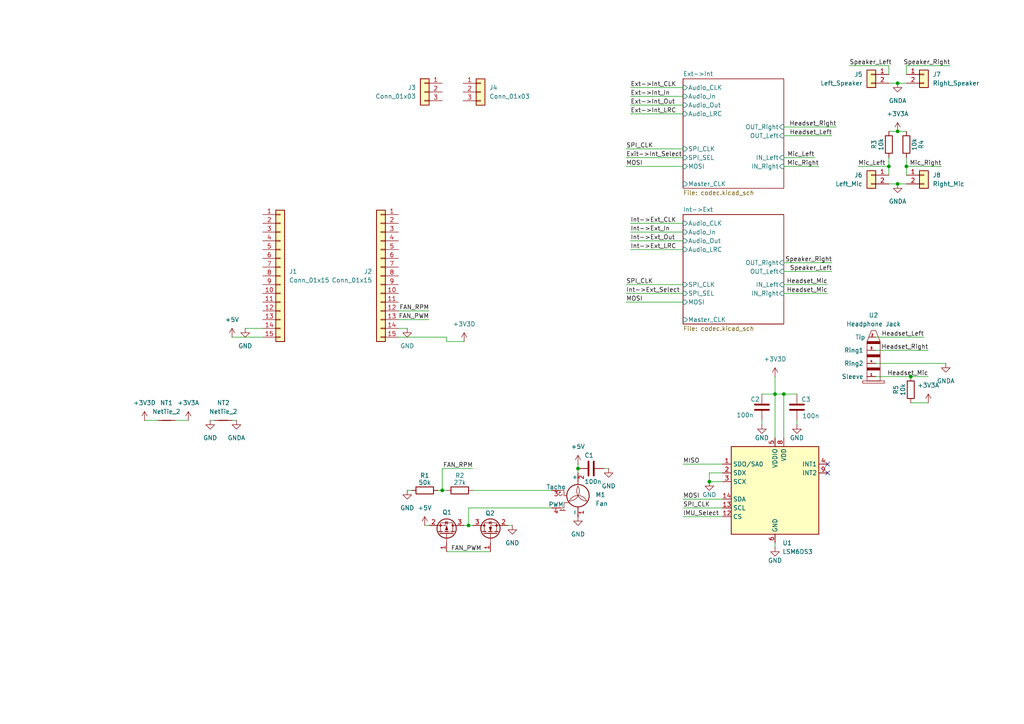
<source format=kicad_sch>
(kicad_sch (version 20250114) (generator "eeschema") (generator_version "9.0")
  (paper "A4")
  (lib_symbols
    (symbol "Connector_Generic:Conn_01x02" (pin_names (offset 1.016) (hide yes))
      (property "Reference" "J" (at 0 2.54 0))
      (property "Value" "Conn_01x02" (at 0 -5.08 0))
      (symbol "Conn_01x02_1_1"
        (rectangle (start -1.27 1.27) (end 1.27 -3.81) (stroke (width 0.254)) (fill (type background)))
        (rectangle (start -1.27 0.127) (end 0 -0.127) (stroke (width 0.1524)))
        (rectangle (start -1.27 -2.413) (end 0 -2.667) (stroke (width 0.1524)))
        (pin passive line (at -5.08 0 0) (length 3.81) (name "Pin_1") (number "1"))
        (pin passive line (at -5.08 -2.54 0) (length 3.81) (name "Pin_2") (number "2"))
      )
    )
    (symbol "Connector_Generic:Conn_01x03" (pin_names (offset 1.016) (hide yes))
      (property "Reference" "J" (at 0 5.08 0))
      (property "Value" "Conn_01x03" (at 0 -5.08 0))
      (symbol "Conn_01x03_1_1"
        (rectangle (start -1.27 3.81) (end 1.27 -3.81) (stroke (width 0.254)) (fill (type background)))
        (rectangle (start -1.27 2.667) (end 0 2.413) (stroke (width 0.1524)))
        (rectangle (start -1.27 0.127) (end 0 -0.127) (stroke (width 0.1524)))
        (rectangle (start -1.27 -2.413) (end 0 -2.667) (stroke (width 0.1524)))
        (pin passive line (at -5.08 2.54 0) (length 3.81) (name "Pin_1") (number "1"))
        (pin passive line (at -5.08 0 0) (length 3.81) (name "Pin_2") (number "2"))
        (pin passive line (at -5.08 -2.54 0) (length 3.81) (name "Pin_3") (number "3"))
      )
    )
    (symbol "Connector_Generic:Conn_01x15" (pin_names (offset 1.016) (hide yes))
      (property "Reference" "J" (at 0 20.32 0))
      (property "Value" "Conn_01x15" (at 0 -20.32 0))
      (symbol "Conn_01x15_1_1"
        (rectangle (start -1.27 19.05) (end 1.27 -19.05) (stroke (width 0.254)) (fill (type background)))
        (rectangle (start -1.27 17.907) (end 0 17.653) (stroke (width 0.1524)))
        (rectangle (start -1.27 15.367) (end 0 15.113) (stroke (width 0.1524)))
        (rectangle (start -1.27 12.827) (end 0 12.573) (stroke (width 0.1524)))
        (rectangle (start -1.27 10.287) (end 0 10.033) (stroke (width 0.1524)))
        (rectangle (start -1.27 7.747) (end 0 7.493) (stroke (width 0.1524)))
        (rectangle (start -1.27 5.207) (end 0 4.953) (stroke (width 0.1524)))
        (rectangle (start -1.27 2.667) (end 0 2.413) (stroke (width 0.1524)))
        (rectangle (start -1.27 0.127) (end 0 -0.127) (stroke (width 0.1524)))
        (rectangle (start -1.27 -2.413) (end 0 -2.667) (stroke (width 0.1524)))
        (rectangle (start -1.27 -4.953) (end 0 -5.207) (stroke (width 0.1524)))
        (rectangle (start -1.27 -7.493) (end 0 -7.747) (stroke (width 0.1524)))
        (rectangle (start -1.27 -10.033) (end 0 -10.287) (stroke (width 0.1524)))
        (rectangle (start -1.27 -12.573) (end 0 -12.827) (stroke (width 0.1524)))
        (rectangle (start -1.27 -15.113) (end 0 -15.367) (stroke (width 0.1524)))
        (rectangle (start -1.27 -17.653) (end 0 -17.907) (stroke (width 0.1524)))
        (pin passive line (at -5.08 17.78 0) (length 3.81) (name "Pin_1") (number "1"))
        (pin passive line (at -5.08 15.24 0) (length 3.81) (name "Pin_2") (number "2"))
        (pin passive line (at -5.08 12.7 0) (length 3.81) (name "Pin_3") (number "3"))
        (pin passive line (at -5.08 10.16 0) (length 3.81) (name "Pin_4") (number "4"))
        (pin passive line (at -5.08 7.62 0) (length 3.81) (name "Pin_5") (number "5"))
        (pin passive line (at -5.08 5.08 0) (length 3.81) (name "Pin_6") (number "6"))
        (pin passive line (at -5.08 2.54 0) (length 3.81) (name "Pin_7") (number "7"))
        (pin passive line (at -5.08 0 0) (length 3.81) (name "Pin_8") (number "8"))
        (pin passive line (at -5.08 -2.54 0) (length 3.81) (name "Pin_9") (number "9"))
        (pin passive line (at -5.08 -5.08 0) (length 3.81) (name "Pin_10") (number "10"))
        (pin passive line (at -5.08 -7.62 0) (length 3.81) (name "Pin_11") (number "11"))
        (pin passive line (at -5.08 -10.16 0) (length 3.81) (name "Pin_12") (number "12"))
        (pin passive line (at -5.08 -12.7 0) (length 3.81) (name "Pin_13") (number "13"))
        (pin passive line (at -5.08 -15.24 0) (length 3.81) (name "Pin_14") (number "14"))
        (pin passive line (at -5.08 -17.78 0) (length 3.81) (name "Pin_15") (number "15"))
      )
    )
    (symbol "Device:C" (pin_numbers (hide yes)) (pin_names (offset 0.254))
      (property "Reference" "C" (at 0.635 2.54 0))
      (property "Value" "C" (at 0.635 -2.54 0))
      (symbol "C_0_1"
        (polyline (pts (xy -2.032 0.762) (xy 2.032 0.762)) (stroke (width 0.508)))
        (polyline (pts (xy -2.032 -0.762) (xy 2.032 -0.762)) (stroke (width 0.508)))
      )
      (symbol "C_1_1"
        (pin passive line (at 0 3.81 270) (length 2.794) (name "~") (number "1"))
        (pin passive line (at 0 -3.81 90) (length 2.794) (name "~") (number "2"))
      )
    )
    (symbol "Device:NetTie_2" (pin_numbers (hide yes)) (pin_names (offset 0) (hide yes)) (in_bom no)
      (property "Reference" "NT" (at 0 1.27 0))
      (property "Value" "NetTie_2" (at 0 -1.27 0))
      (symbol "NetTie_2_0_1"
        (polyline (pts (xy -1.27 0) (xy 1.27 0)) (stroke (width 0.254)))
      )
      (symbol "NetTie_2_1_1"
        (pin passive line (at -2.54 0 0) (length 2.54) (name "1") (number "1"))
        (pin passive line (at 2.54 0 180) (length 2.54) (name "2") (number "2"))
      )
    )
    (symbol "Device:R" (pin_numbers (hide yes)) (pin_names (offset 0))
      (property "Reference" "R" (at 2.032 0 90))
      (property "Value" "R" (at 0 0 90))
      (symbol "R_0_1"
        (rectangle (start -1.016 -2.54) (end 1.016 2.54) (stroke (width 0.254)))
      )
      (symbol "R_1_1"
        (pin passive line (at 0 3.81 270) (length 1.27) (name "~") (number "1"))
        (pin passive line (at 0 -3.81 90) (length 1.27) (name "~") (number "2"))
      )
    )
    (symbol "Motor:Fan_Tacho_PWM" (pin_names (offset 0))
      (property "Reference" "M" (at 2.54 5.08 0))
      (property "Value" "Fan_Tacho_PWM" (at 2.54 -2.54 0))
      (symbol "Fan_Tacho_PWM_0_0"
        (polyline (pts (xy -5.08 2.032) (xy -5.334 2.159)))
        (polyline (pts (xy -5.08 2.032) (xy -5.207 1.778)))
        (arc (start -4.572 1.524) (mid -5.08 1.0182) (end -5.588 1.524))
        (arc (start -5.588 1.524) (mid -5.4392 1.8832) (end -5.08 2.032))
        (polyline (pts (xy -4.064 2.54) (xy -4.064 1.016) (xy -3.302 1.016)))
      )
      (symbol "Fan_Tacho_PWM_0_1"
        (polyline (pts (xy -5.334 -3.302) (xy -5.08 -3.302) (xy -5.08 -3.048) (xy -4.826 -3.048) (xy -4.826 -3.302) (xy -4.318 -3.302) (xy -4.318 -3.048) (xy -4.064 -3.048) (xy -4.064 -3.302) (xy -3.556 -3.302)))
        (polyline (pts (xy -4.064 2.54) (xy -5.08 2.54)))
        (polyline (pts (xy -2.54 -1.016) (xy -4.064 -1.016) (xy -4.064 -2.54) (xy -5.08 -2.54)))
        (arc (start 0 3.81) (mid -0.0015 0.9048) (end -2.54 -0.508))
        (polyline (pts (xy 0 4.572) (xy 0 5.08)))
        (polyline (pts (xy 0 4.2672) (xy 0 4.6228)))
        (circle (center 0 1.016) (radius 3.2512) (stroke (width 0.254)))
        (arc (start -2.54 -0.508) (mid 0 1.0618) (end 2.54 -0.508))
        (polyline (pts (xy 0 -2.2352) (xy 0 -2.6416)))
        (polyline (pts (xy 0 -5.08) (xy 0 -4.572)))
        (arc (start 2.54 -0.508) (mid 0.047 0.9315) (end 0 3.81))
      )
      (symbol "Fan_Tacho_PWM_1_1"
        (pin passive line (at -7.62 2.54 0) (length 2.54) (name "Tacho") (number "3"))
        (pin input line (at -7.62 -2.54 0) (length 2.54) (name "PWM") (number "4"))
        (pin passive line (at 0 7.62 270) (length 2.54) (name "+") (number "2"))
        (pin passive line (at 0 -5.08 90) (length 2.54) (name "-") (number "1"))
      )
    )
    (symbol "PJ-320A_Library:PJ-320A" (pin_names (offset 1.016))
      (property "Reference" "U" (at 0 -1.905 0))
      (property "Value" "PJ-320A" (at 0 0 0))
      (symbol "PJ-320A_0_1"
        (rectangle (start -3.175 1.27) (end 3.175 1.905))
        (polyline (pts (xy -1.905 13.335) (xy -0.635 16.51) (xy 0.635 16.51) (xy 1.905 13.335) (xy -1.905 13.335)))
        (rectangle (start -1.905 12.7) (end 1.905 13.335) (fill (type outline)))
        (rectangle (start -1.905 9.525) (end 1.905 12.7))
        (rectangle (start -1.905 8.89) (end 1.905 9.525) (fill (type outline)))
        (rectangle (start -1.905 5.715) (end 1.905 8.89))
        (rectangle (start -1.905 5.08) (end 1.905 5.715) (fill (type outline)))
        (rectangle (start -1.905 1.905) (end 1.905 5.08))
      )
      (symbol "PJ-320A_1_1"
        (pin bidirectional line (at 0.635 14.605 180) (length 2.0066) (name "Tip") (number "2"))
        (pin bidirectional line (at 0.635 10.795 180) (length 2.54) (name "Ring1") (number "3"))
        (pin bidirectional line (at 0.635 6.985 180) (length 2.54) (name "Ring2") (number "4"))
        (pin bidirectional line (at 0.635 3.175 180) (length 2.54) (name "Sleeve") (number "1"))
      )
    )
    (symbol "Sensor_Motion:LSM6DS3"
      (property "Reference" "U" (at -11.43 15.24 0))
      (property "Value" "LSM6DS3" (at -11.43 12.7 0))
      (symbol "LSM6DS3_0_1"
        (rectangle (start -12.7 12.7) (end 12.7 -12.7) (stroke (width 0.254)) (fill (type background)))
      )
      (symbol "LSM6DS3_1_1"
        (pin bidirectional line (at -15.24 7.62 0) (length 2.54) (name "SDO/SA0") (number "1"))
        (pin bidirectional line (at -15.24 5.08 0) (length 2.54) (name "SDX") (number "2"))
        (pin input line (at -15.24 2.54 0) (length 2.54) (name "SCX") (number "3"))
        (pin bidirectional line (at -15.24 -2.54 0) (length 2.54) (name "SDA") (number "14"))
        (pin input line (at -15.24 -5.08 0) (length 2.54) (name "SCL") (number "13"))
        (pin input line (at -15.24 -7.62 0) (length 2.54) (name "CS") (number "12"))
        (pin power_in line (at 0 15.24 270) (length 2.54) (name "VDDIO") (number "5"))
        (pin power_in line (at 0 -15.24 90) (length 2.54) (name "GND") (number "6"))
        (pin passive line (at 0 -15.24 90) (length 2.54) (hide yes) (name "GND") (number "7"))
        (pin power_in line (at 2.54 15.24 270) (length 2.54) (name "VDD") (number "8"))
        (pin no_connect line (at 12.7 -2.54 180) (length 3.81) (hide yes) (name "NC") (number "11"))
        (pin no_connect line (at 12.7 -5.08 180) (length 3.81) (hide yes) (name "NC") (number "10"))
        (pin output line (at 15.24 7.62 180) (length 2.54) (name "INT1") (number "4"))
        (pin output line (at 15.24 5.08 180) (length 2.54) (name "INT2") (number "9"))
      )
    )
    (symbol "Transistor_FET:AO3400A" (pin_names (offset 0) (hide yes))
      (property "Reference" "Q" (at 5.08 1.905 0))
      (property "Value" "AO3400A" (at 5.08 0 0))
      (symbol "AO3400A_0_1"
        (polyline (pts (xy 0.254 1.905) (xy 0.254 -1.905)) (stroke (width 0.254)))
        (polyline (pts (xy 0.254 0) (xy -2.54 0)))
        (polyline (pts (xy 0.762 2.286) (xy 0.762 1.27)) (stroke (width 0.254)))
        (polyline (pts (xy 0.762 0.508) (xy 0.762 -0.508)) (stroke (width 0.254)))
        (polyline (pts (xy 0.762 -1.27) (xy 0.762 -2.286)) (stroke (width 0.254)))
        (polyline (pts (xy 0.762 -1.778) (xy 3.302 -1.778) (xy 3.302 1.778) (xy 0.762 1.778)))
        (polyline (pts (xy 1.016 0) (xy 2.032 0.381) (xy 2.032 -0.381) (xy 1.016 0)) (fill (type outline)))
        (circle (center 1.651 0) (radius 2.794) (stroke (width 0.254)))
        (polyline (pts (xy 2.54 2.54) (xy 2.54 1.778)))
        (circle (center 2.54 1.778) (radius 0.254) (fill (type outline)))
        (circle (center 2.54 -1.778) (radius 0.254) (fill (type outline)))
        (polyline (pts (xy 2.54 -2.54) (xy 2.54 0) (xy 0.762 0)))
        (polyline (pts (xy 2.921 0.381) (xy 3.683 0.381)))
        (polyline (pts (xy 3.302 0.381) (xy 2.921 -0.254) (xy 3.683 -0.254) (xy 3.302 0.381)))
      )
      (symbol "AO3400A_1_1"
        (pin input line (at -5.08 0 0) (length 2.54) (name "G") (number "1"))
        (pin passive line (at 2.54 5.08 270) (length 2.54) (name "D") (number "3"))
        (pin passive line (at 2.54 -5.08 90) (length 2.54) (name "S") (number "2"))
      )
    )
    (symbol "Transistor_FET:AO3401A" (pin_names (hide yes))
      (property "Reference" "Q" (at 5.08 1.905 0))
      (property "Value" "AO3401A" (at 5.08 0 0))
      (symbol "AO3401A_0_1"
        (polyline (pts (xy 0.254 1.905) (xy 0.254 -1.905)) (stroke (width 0.254)))
        (polyline (pts (xy 0.254 0) (xy -2.54 0)))
        (polyline (pts (xy 0.762 2.286) (xy 0.762 1.27)) (stroke (width 0.254)))
        (polyline (pts (xy 0.762 1.778) (xy 3.302 1.778) (xy 3.302 -1.778) (xy 0.762 -1.778)))
        (polyline (pts (xy 0.762 0.508) (xy 0.762 -0.508)) (stroke (width 0.254)))
        (polyline (pts (xy 0.762 -1.27) (xy 0.762 -2.286)) (stroke (width 0.254)))
        (circle (center 1.651 0) (radius 2.794) (stroke (width 0.254)))
        (polyline (pts (xy 2.286 0) (xy 1.27 0.381) (xy 1.27 -0.381) (xy 2.286 0)) (fill (type outline)))
        (polyline (pts (xy 2.54 2.54) (xy 2.54 1.778)))
        (circle (center 2.54 1.778) (radius 0.254) (fill (type outline)))
        (circle (center 2.54 -1.778) (radius 0.254) (fill (type outline)))
        (polyline (pts (xy 2.54 -2.54) (xy 2.54 0) (xy 0.762 0)))
        (polyline (pts (xy 2.794 -0.508) (xy 2.921 -0.381) (xy 3.683 -0.381) (xy 3.81 -0.254)))
        (polyline (pts (xy 3.302 -0.381) (xy 2.921 0.254) (xy 3.683 0.254) (xy 3.302 -0.381)))
      )
      (symbol "AO3401A_1_1"
        (pin input line (at -5.08 0 0) (length 2.54) (name "G") (number "1"))
        (pin passive line (at 2.54 5.08 270) (length 2.54) (name "D") (number "3"))
        (pin passive line (at 2.54 -5.08 90) (length 2.54) (name "S") (number "2"))
      )
    )
    (symbol "power:+3V3" (power) (pin_numbers (hide yes)) (pin_names (offset 0) (hide yes))
      (property "Value" "+3V3" (at 0 3.556 0))
      (symbol "+3V3_0_1"
        (polyline (pts (xy -0.762 1.27) (xy 0 2.54)))
        (polyline (pts (xy 0 2.54) (xy 0.762 1.27)))
        (polyline (pts (xy 0 0) (xy 0 2.54)))
      )
      (symbol "+3V3_1_1"
        (pin power_in line (at 0 0 90) (length 0) (name "~") (number "1"))
      )
    )
    (symbol "power:+5V" (power) (pin_numbers (hide yes)) (pin_names (offset 0) (hide yes))
      (property "Value" "+5V" (at 0 3.556 0))
      (symbol "+5V_0_1"
        (polyline (pts (xy -0.762 1.27) (xy 0 2.54)))
        (polyline (pts (xy 0 2.54) (xy 0.762 1.27)))
        (polyline (pts (xy 0 0) (xy 0 2.54)))
      )
      (symbol "+5V_1_1"
        (pin power_in line (at 0 0 90) (length 0) (name "~") (number "1"))
      )
    )
    (symbol "power:GND" (power) (pin_numbers (hide yes)) (pin_names (offset 0) (hide yes))
      (property "Value" "GND" (at 0 -3.81 0))
      (symbol "GND_0_1"
        (polyline (pts (xy 0 0) (xy 0 -1.27) (xy 1.27 -1.27) (xy 0 -2.54) (xy -1.27 -1.27) (xy 0 -1.27)))
      )
      (symbol "GND_1_1"
        (pin power_in line (at 0 0 270) (length 0) (name "~") (number "1"))
      )
    )
    (symbol "power:GNDA" (power) (pin_numbers (hide yes)) (pin_names (offset 0) (hide yes))
      (property "Value" "GNDA" (at 0 -3.81 0))
      (symbol "GNDA_0_1"
        (polyline (pts (xy 0 0) (xy 0 -1.27) (xy 1.27 -1.27) (xy 0 -2.54) (xy -1.27 -1.27) (xy 0 -1.27)))
      )
      (symbol "GNDA_1_1"
        (pin power_in line (at 0 0 270) (length 0) (name "~") (number "1"))
      )
    )
  )
  (junction (at 135.89 152.4))
  (junction (at 260.35 38.1))
  (junction (at 260.35 53.34))
  (junction (at 260.35 24.13))
  (junction (at 205.74 139.7))
  (junction (at 227.33 114.3))
  (junction (at 128.27 142.24))
  (junction (at 262.89 48.26))
  (junction (at 167.64 135.89))
  (junction (at 257.81 48.26))
  (junction (at 264.16 109.22))
  (junction (at 224.79 114.3))
  (no_connect (at 240.03 134.62))
  (no_connect (at 240.03 137.16))
  (wire (pts (xy 248.92 48.26) (xy 257.81 48.26)))
  (wire (pts (xy 246.38 19.05) (xy 257.81 19.05)))
  (wire (pts (xy 198.12 147.32) (xy 209.55 147.32)))
  (wire (pts (xy 71.12 95.25) (xy 76.2 95.25)))
  (wire (pts (xy 135.89 152.4) (xy 137.16 152.4)))
  (wire (pts (xy 227.33 36.83) (xy 242.57 36.83)))
  (wire (pts (xy 260.35 24.13) (xy 262.89 24.13)))
  (wire (pts (xy 220.98 121.92) (xy 220.98 123.19)))
  (wire (pts (xy 227.33 114.3) (xy 224.79 114.3)))
  (wire (pts (xy 227.33 39.37) (xy 241.3 39.37)))
  (wire (pts (xy 124.46 92.71) (xy 115.57 92.71)))
  (wire (pts (xy 148.59 152.4) (xy 147.32 152.4)))
  (wire (pts (xy 182.88 69.85) (xy 198.12 69.85)))
  (wire (pts (xy 224.79 109.22) (xy 224.79 114.3)))
  (wire (pts (xy 182.88 30.48) (xy 198.12 30.48)))
  (wire (pts (xy 181.61 43.18) (xy 198.12 43.18)))
  (wire (pts (xy 257.81 53.34) (xy 260.35 53.34)))
  (wire (pts (xy 262.89 45.72) (xy 262.89 48.26)))
  (wire (pts (xy 264.16 109.22) (xy 254 109.22)))
  (wire (pts (xy 181.61 82.55) (xy 198.12 82.55)))
  (wire (pts (xy 269.24 109.22) (xy 264.16 109.22)))
  (wire (pts (xy 41.91 121.92) (xy 45.72 121.92)))
  (wire (pts (xy 224.79 157.48) (xy 224.79 158.75)))
  (wire (pts (xy 262.89 48.26) (xy 262.89 50.8)))
  (wire (pts (xy 118.11 95.25) (xy 115.57 95.25)))
  (wire (pts (xy 127 142.24) (xy 128.27 142.24)))
  (wire (pts (xy 167.64 135.89) (xy 167.64 137.16)))
  (wire (pts (xy 181.61 85.09) (xy 198.12 85.09)))
  (wire (pts (xy 182.88 33.02) (xy 198.12 33.02)))
  (wire (pts (xy 198.12 134.62) (xy 209.55 134.62)))
  (wire (pts (xy 129.54 160.02) (xy 142.24 160.02)))
  (wire (pts (xy 257.81 38.1) (xy 260.35 38.1)))
  (wire (pts (xy 257.81 45.72) (xy 257.81 48.26)))
  (wire (pts (xy 264.16 116.84) (xy 269.24 116.84)))
  (wire (pts (xy 198.12 149.86) (xy 209.55 149.86)))
  (wire (pts (xy 135.89 152.4) (xy 135.89 147.32)))
  (wire (pts (xy 224.79 114.3) (xy 224.79 127)))
  (wire (pts (xy 134.62 152.4) (xy 135.89 152.4)))
  (wire (pts (xy 182.88 27.94) (xy 198.12 27.94)))
  (wire (pts (xy 123.19 152.4) (xy 124.46 152.4)))
  (wire (pts (xy 275.59 19.05) (xy 262.89 19.05)))
  (wire (pts (xy 60.96 121.92) (xy 62.23 121.92)))
  (wire (pts (xy 237.49 48.26) (xy 227.33 48.26)))
  (wire (pts (xy 240.03 85.09) (xy 227.33 85.09)))
  (wire (pts (xy 182.88 64.77) (xy 198.12 64.77)))
  (wire (pts (xy 267.97 97.79) (xy 254 97.79)))
  (wire (pts (xy 67.31 97.79) (xy 76.2 97.79)))
  (wire (pts (xy 181.61 87.63) (xy 198.12 87.63)))
  (wire (pts (xy 274.32 105.41) (xy 254 105.41)))
  (wire (pts (xy 54.61 121.92) (xy 50.8 121.92)))
  (wire (pts (xy 209.55 137.16) (xy 205.74 137.16)))
  (wire (pts (xy 181.61 48.26) (xy 198.12 48.26)))
  (wire (pts (xy 227.33 114.3) (xy 227.33 127)))
  (wire (pts (xy 118.11 142.24) (xy 119.38 142.24)))
  (wire (pts (xy 231.14 121.92) (xy 231.14 123.19)))
  (wire (pts (xy 260.35 38.1) (xy 262.89 38.1)))
  (wire (pts (xy 227.33 114.3) (xy 231.14 114.3)))
  (wire (pts (xy 167.64 134.62) (xy 167.64 135.89)))
  (wire (pts (xy 257.81 48.26) (xy 257.81 50.8)))
  (wire (pts (xy 273.05 48.26) (xy 262.89 48.26)))
  (wire (pts (xy 128.27 135.89) (xy 128.27 142.24)))
  (wire (pts (xy 182.88 67.31) (xy 198.12 67.31)))
  (wire (pts (xy 135.89 147.32) (xy 160.02 147.32)))
  (wire (pts (xy 182.88 25.4) (xy 198.12 25.4)))
  (wire (pts (xy 236.22 45.72) (xy 227.33 45.72)))
  (wire (pts (xy 205.74 139.7) (xy 209.55 139.7)))
  (wire (pts (xy 257.81 19.05) (xy 257.81 21.59)))
  (wire (pts (xy 262.89 19.05) (xy 262.89 21.59)))
  (wire (pts (xy 129.54 97.79) (xy 115.57 97.79)))
  (wire (pts (xy 129.54 99.06) (xy 129.54 97.79)))
  (wire (pts (xy 181.61 45.72) (xy 198.12 45.72)))
  (wire (pts (xy 205.74 137.16) (xy 205.74 139.7)))
  (wire (pts (xy 241.3 76.2) (xy 227.33 76.2)))
  (wire (pts (xy 227.33 82.55) (xy 240.03 82.55)))
  (wire (pts (xy 260.35 53.34) (xy 262.89 53.34)))
  (wire (pts (xy 241.3 78.74) (xy 227.33 78.74)))
  (wire (pts (xy 175.26 135.89) (xy 176.53 135.89)))
  (wire (pts (xy 182.88 72.39) (xy 198.12 72.39)))
  (wire (pts (xy 128.27 142.24) (xy 129.54 142.24)))
  (wire (pts (xy 68.58 121.92) (xy 67.31 121.92)))
  (wire (pts (xy 220.98 114.3) (xy 224.79 114.3)))
  (wire (pts (xy 137.16 142.24) (xy 160.02 142.24)))
  (wire (pts (xy 134.62 99.06) (xy 129.54 99.06)))
  (wire (pts (xy 124.46 90.17) (xy 115.57 90.17)))
  (wire (pts (xy 269.24 101.6) (xy 254 101.6)))
  (wire (pts (xy 257.81 24.13) (xy 260.35 24.13)))
  (wire (pts (xy 198.12 144.78) (xy 209.55 144.78)))
  (wire (pts (xy 137.16 135.89) (xy 128.27 135.89)))
  (label "Int->Ext_LRC" (at 182.88 72.39 0))
  (label "FAN_RPM" (at 137.16 135.89 180))
  (label "MISO" (at 198.12 134.62 0))
  (label "Headset_Right" (at 269.24 101.6 180))
  (label "SPI_CLK" (at 181.61 82.55 0))
  (label "Exit->Int_Select" (at 181.61 45.72 0))
  (label "MOSI" (at 181.61 48.26 0))
  (label "MOSI" (at 198.12 144.78 0))
  (label "Mic_Right" (at 273.05 48.26 180))
  (label "Speaker_Right" (at 241.3 76.2 180))
  (label "Int->Ext_Out" (at 182.88 69.85 0))
  (label "IMU_Select" (at 198.12 149.86 0))
  (label "Ext->Int_In" (at 182.88 27.94 0))
  (label "Ext->Int_Out" (at 182.88 30.48 0))
  (label "Ext->Int_CLK" (at 182.88 25.4 0))
  (label "FAN_RPM" (at 124.46 90.17 180))
  (label "Speaker_Left" (at 241.3 78.74 180))
  (label "SPI_CLK" (at 198.12 147.32 0))
  (label "MOSI" (at 181.61 87.63 0))
  (label "Mic_Right" (at 237.49 48.26 180))
  (label "FAN_PWM" (at 124.46 92.71 180))
  (label "Int->Ext_CLK" (at 182.88 64.77 0))
  (label "Speaker_Left" (at 246.38 19.05 0))
  (label "Headset_Mic" (at 240.03 82.55 180))
  (label "Headset_Left" (at 267.97 97.79 180))
  (label "Mic_Left" (at 236.22 45.72 180))
  (label "Mic_Left" (at 248.92 48.26 0))
  (label "SPI_CLK" (at 181.61 43.18 0))
  (label "Int->Ext_In" (at 182.88 67.31 0))
  (label "Headset_Mic" (at 240.03 85.09 180))
  (label "FAN_PWM" (at 130.81 160.02 0))
  (label "Headset_Mic" (at 269.24 109.22 180))
  (label "Int->Ext_Select" (at 181.61 85.09 0))
  (label "Headset_Right" (at 242.57 36.83 180))
  (label "Ext->Int_LRC" (at 182.88 33.02 0))
  (label "Headset_Left" (at 241.3 39.37 180))
  (label "Speaker_Right" (at 275.59 19.05 180))
  (symbol (lib_id "Connector_Generic:Conn_01x15") (at 81.28 80.01 0) (unit 1)
    (property "Reference" "J1" (at 83.82 78.7399 0) (effects (justify left)))
    (property "Value" "Conn_01x15" (at 83.82 81.2799 0) (effects (justify left)))
    (property "Footprint" "Connector_PinHeader_2.54mm:PinHeader_1x15_P2.54mm_Vertical" (effects (hide yes)))
    (property "Description" "Generic connector, single row, 01x15, script generated (kicad-library-utils/schlib/autogen/connector/)" (effects (hide yes)))
  )
  (symbol (lib_id "Device:C") (at 220.98 118.11 0) (unit 1)
    (property "Reference" "C2" (at 217.678 115.824 0) (effects (justify left)))
    (property "Value" "100n" (at 213.614 120.396 0) (effects (justify left)))
    (property "Footprint" "Capacitor_SMD:C_0603_1608Metric" (effects (hide yes)))
    (property "Description" "Unpolarized capacitor" (effects (hide yes)))
  )
  (symbol (lib_id "Device:C") (at 231.14 118.11 0) (unit 1)
    (property "Reference" "C3" (at 232.41 115.824 0) (effects (justify left)))
    (property "Value" "100n" (at 232.664 120.65 0) (effects (justify left)))
    (property "Footprint" "Capacitor_SMD:C_0603_1608Metric" (effects (hide yes)))
    (property "Description" "Unpolarized capacitor" (effects (hide yes)))
  )
  (symbol (lib_id "Connector_Generic:Conn_01x02") (at 267.97 21.59 0) (unit 1)
    (property "Reference" "J7" (at 270.51 21.5899 0) (effects (justify left)))
    (property "Value" "Right_Speaker" (at 270.51 24.1299 0) (effects (justify left)))
    (property "Footprint" "Connector_JST:JST_XH_S2B-XH-A_1x02_P2.50mm_Horizontal" (effects (hide yes)))
    (property "Description" "Generic connector, single row, 01x02, script generated (kicad-library-utils/schlib/autogen/connector/)" (effects (hide yes)))
    (property "LCSC" "C157931" (effects (hide yes)))
  )
  (symbol (lib_id "Connector_Generic:Conn_01x02") (at 252.73 50.8 0) (mirror y) (unit 1)
    (property "Reference" "J6" (at 250.19 50.7999 0) (effects (justify left)))
    (property "Value" "Left_Mic" (at 250.19 53.3399 0) (effects (justify left)))
    (property "Footprint" "Connector_JST:JST_XH_S2B-XH-A_1x02_P2.50mm_Horizontal" (effects (hide yes)))
    (property "Description" "Generic connector, single row, 01x02, script generated (kicad-library-utils/schlib/autogen/connector/)" (effects (hide yes)))
    (property "LCSC" "C157931" (effects (hide yes)))
  )
  (symbol (lib_id "Sensor_Motion:LSM6DS3") (at 224.79 142.24 0) (unit 1)
    (property "Reference" "U1" (at 226.9333 157.48 0) (effects (justify left)))
    (property "Value" "LSM6DS3" (at 226.9333 160.02 0) (effects (justify left)))
    (property "Footprint" "Package_LGA:LGA-14_3x2.5mm_P0.5mm_LayoutBorder3x4y" (effects (hide yes)))
    (property "Datasheet" "https://www.st.com/resource/en/datasheet/lsm6ds3tr-c.pdf" (effects (hide yes)))
    (property "Description" "I2C/SPI, iNEMO inertial module: always-on 3D accelerometer and 3D gyroscope" (effects (hide yes)))
    (property "LCSC" "C95230" (effects (hide yes)))
  )
  (symbol (lib_id "PJ-320A_Library:PJ-320A") (at 253.365 112.395 0) (unit 1)
    (property "Reference" "U2" (at 253.365 91.44 0))
    (property "Value" "Headphone Jack" (at 253.365 93.98 0))
    (property "Footprint" "PJ-320A:PJ-320A" (effects (hide yes)))
    (property "LCSC" "C2884926" (effects (hide yes)))
  )
  (symbol (lib_id "power:+5V") (at 123.19 152.4 0) (unit 1)
    (property "Reference" "#PWR09" (effects (hide yes)))
    (property "Value" "+5V" (at 123.19 147.32 0))
    (property "Description" "Power symbol creates a global label with name \"+5V\"" (effects (hide yes)))
  )
  (symbol (lib_id "power:+3V3") (at 260.35 38.1 0) (unit 1)
    (property "Reference" "#PWR021" (effects (hide yes)))
    (property "Value" "+3V3A" (at 260.35 33.02 0))
    (property "Description" "Power symbol creates a global label with name \"+3V3\"" (effects (hide yes)))
  )
  (symbol (lib_id "power:GND") (at 71.12 95.25 0) (unit 1)
    (property "Reference" "#PWR06" (effects (hide yes)))
    (property "Value" "GND" (at 71.12 100.33 0))
    (property "Description" "Power symbol creates a global label with name \"GND\" , ground" (effects (hide yes)))
  )
  (symbol (lib_id "power:GNDA") (at 260.35 53.34 0) (unit 1)
    (property "Reference" "#PWR022" (effects (hide yes)))
    (property "Value" "GNDA" (at 260.35 58.42 0))
    (property "Description" "Power symbol creates a global label with name \"GNDA\" , analog ground" (effects (hide yes)))
  )
  (symbol (lib_id "power:GNDA") (at 274.32 105.41 0) (unit 1)
    (property "Reference" "#PWR024" (effects (hide yes)))
    (property "Value" "GNDA" (at 274.32 110.49 0))
    (property "Description" "Power symbol creates a global label with name \"GNDA\" , analog ground" (effects (hide yes)))
  )
  (symbol (lib_id "Device:R") (at 133.35 142.24 90) (unit 1)
    (property "Reference" "R2" (at 133.35 137.922 90))
    (property "Value" "27k" (at 133.35 139.954 90))
    (property "Footprint" "Resistor_SMD:R_0603_1608Metric" (effects (hide yes)))
    (property "Description" "Resistor" (effects (hide yes)))
  )
  (symbol (lib_id "power:GNDA") (at 68.58 121.92 0) (unit 1)
    (property "Reference" "#PWR05" (effects (hide yes)))
    (property "Value" "GNDA" (at 68.58 127 0))
    (property "Description" "Power symbol creates a global label with name \"GNDA\" , analog ground" (effects (hide yes)))
  )
  (symbol (lib_id "power:GND") (at 167.64 149.86 0) (unit 1)
    (property "Reference" "#PWR013" (effects (hide yes)))
    (property "Value" "GND" (at 167.64 154.94 0))
    (property "Description" "Power symbol creates a global label with name \"GND\" , ground" (effects (hide yes)))
  )
  (symbol (lib_id "power:GND") (at 60.96 121.92 0) (unit 1)
    (property "Reference" "#PWR03" (effects (hide yes)))
    (property "Value" "GND" (at 60.96 127 0))
    (property "Description" "Power symbol creates a global label with name \"GND\" , ground" (effects (hide yes)))
  )
  (symbol (lib_id "power:+5V") (at 67.31 97.79 0) (unit 1)
    (property "Reference" "#PWR04" (effects (hide yes)))
    (property "Value" "+5V" (at 67.31 92.71 0))
    (property "Description" "Power symbol creates a global label with name \"+5V\"" (effects (hide yes)))
  )
  (symbol (lib_id "Device:R") (at 262.89 41.91 0) (mirror x) (unit 1)
    (property "Reference" "R4" (at 267.208 41.91 90))
    (property "Value" "10k" (at 265.176 41.91 90))
    (property "Footprint" "Resistor_SMD:R_0603_1608Metric" (effects (hide yes)))
    (property "Description" "Resistor" (effects (hide yes)))
  )
  (symbol (lib_id "Device:C") (at 171.45 135.89 90) (unit 1)
    (property "Reference" "C1" (at 172.212 132.08 90) (effects (justify left)))
    (property "Value" "100n" (at 174.498 139.7 90) (effects (justify left)))
    (property "Footprint" "Capacitor_SMD:C_0603_1608Metric" (effects (hide yes)))
    (property "Description" "Unpolarized capacitor" (effects (hide yes)))
  )
  (symbol (lib_id "Device:R") (at 123.19 142.24 90) (unit 1)
    (property "Reference" "R1" (at 123.19 137.922 90))
    (property "Value" "50k" (at 123.19 139.954 90))
    (property "Footprint" "Resistor_SMD:R_0603_1608Metric" (effects (hide yes)))
    (property "Description" "Resistor" (effects (hide yes)))
  )
  (symbol (lib_id "power:+3V3") (at 269.24 116.84 0) (unit 1)
    (property "Reference" "#PWR023" (effects (hide yes)))
    (property "Value" "+3V3A" (at 269.24 111.76 0))
    (property "Description" "Power symbol creates a global label with name \"+3V3\"" (effects (hide yes)))
  )
  (symbol (lib_id "power:GND") (at 118.11 95.25 0) (unit 1)
    (property "Reference" "#PWR07" (effects (hide yes)))
    (property "Value" "GND" (at 118.11 100.33 0))
    (property "Description" "Power symbol creates a global label with name \"GND\" , ground" (effects (hide yes)))
  )
  (symbol (lib_id "Device:NetTie_2") (at 64.77 121.92 0) (unit 1) (in_bom no)
    (property "Reference" "NT2" (at 64.77 116.84 0))
    (property "Value" "NetTie_2" (at 64.77 119.38 0))
    (property "Description" "Net tie, 2 pins" (effects (hide yes)))
  )
  (symbol (lib_id "Device:R") (at 257.81 41.91 180) (unit 1)
    (property "Reference" "R3" (at 253.492 41.91 90))
    (property "Value" "10k" (at 255.524 41.91 90))
    (property "Footprint" "Resistor_SMD:R_0603_1608Metric" (effects (hide yes)))
    (property "Description" "Resistor" (effects (hide yes)))
  )
  (symbol (lib_id "power:+3V3") (at 224.79 109.22 0) (unit 1)
    (property "Reference" "#PWR017" (effects (hide yes)))
    (property "Value" "+3V3D" (at 224.79 104.14 0))
    (property "Description" "Power symbol creates a global label with name \"+3V3\"" (effects (hide yes)))
  )
  (symbol (lib_id "Connector_Generic:Conn_01x02") (at 267.97 50.8 0) (unit 1)
    (property "Reference" "J8" (at 270.51 50.7999 0) (effects (justify left)))
    (property "Value" "Right_Mic" (at 270.51 53.3399 0) (effects (justify left)))
    (property "Footprint" "Connector_JST:JST_XH_S2B-XH-A_1x02_P2.50mm_Horizontal" (effects (hide yes)))
    (property "Description" "Generic connector, single row, 01x02, script generated (kicad-library-utils/schlib/autogen/connector/)" (effects (hide yes)))
    (property "LCSC" "C157931" (effects (hide yes)))
  )
  (symbol (lib_id "power:GND") (at 224.79 158.75 0) (unit 1)
    (property "Reference" "#PWR018" (effects (hide yes)))
    (property "Value" "GND" (at 224.79 162.56 0))
    (property "Description" "Power symbol creates a global label with name \"GND\" , ground" (effects (hide yes)))
  )
  (symbol (lib_id "Transistor_FET:AO3400A") (at 142.24 154.94 90) (unit 1)
    (property "Reference" "Q2" (at 143.51 148.844 90) (effects (justify left)))
    (property "Value" "AO3400A" (effects (hide yes)))
    (property "Footprint" "Package_TO_SOT_SMD:SOT-23" (effects (hide yes)))
    (property "Datasheet" "http://www.aosmd.com/pdfs/datasheet/AO3400A.pdf" (effects (hide yes)))
    (property "Description" "30V Vds, 5.7A Id, N-Channel MOSFET, SOT-23" (effects (hide yes)))
    (property "LCSC" "C20917" (effects (hide yes)))
  )
  (symbol (lib_id "Transistor_FET:AO3401A") (at 129.54 154.94 270) (mirror x) (unit 1)
    (property "Reference" "Q1" (at 128.2699 148.59 90) (effects (justify left)))
    (property "Value" "AO3401A" (effects (hide yes)))
    (property "Footprint" "Package_TO_SOT_SMD:SOT-23" (effects (hide yes)))
    (property "Datasheet" "http://www.aosmd.com/pdfs/datasheet/AO3401A.pdf" (effects (hide yes)))
    (property "Description" "-4.0A Id, -30V Vds, P-Channel MOSFET, SOT-23" (effects (hide yes)))
    (property "LCSC" "C15127" (effects (hide yes)))
  )
  (symbol (lib_id "power:GND") (at 148.59 152.4 0) (unit 1)
    (property "Reference" "#PWR011" (effects (hide yes)))
    (property "Value" "GND" (at 148.59 157.48 0))
    (property "Description" "Power symbol creates a global label with name \"GND\" , ground" (effects (hide yes)))
  )
  (symbol (lib_id "power:+3V3") (at 134.62 99.06 0) (unit 1)
    (property "Reference" "#PWR010" (effects (hide yes)))
    (property "Value" "+3V3D" (at 134.62 93.98 0))
    (property "Description" "Power symbol creates a global label with name \"+3V3\"" (effects (hide yes)))
  )
  (symbol (lib_id "Device:R") (at 264.16 113.03 180) (unit 1)
    (property "Reference" "R5" (at 259.842 113.03 90))
    (property "Value" "10k" (at 261.874 113.03 90))
    (property "Footprint" "Resistor_SMD:R_0603_1608Metric" (effects (hide yes)))
    (property "Description" "Resistor" (effects (hide yes)))
  )
  (symbol (lib_id "power:+3V3") (at 54.61 121.92 0) (unit 1)
    (property "Reference" "#PWR02" (effects (hide yes)))
    (property "Value" "+3V3A" (at 54.61 116.84 0))
    (property "Description" "Power symbol creates a global label with name \"+3V3\"" (effects (hide yes)))
  )
  (symbol (lib_id "Connector_Generic:Conn_01x02") (at 252.73 21.59 0) (mirror y) (unit 1)
    (property "Reference" "J5" (at 250.19 21.5899 0) (effects (justify left)))
    (property "Value" "Left_Speaker" (at 250.19 24.1299 0) (effects (justify left)))
    (property "Footprint" "Connector_JST:JST_XH_S2B-XH-A_1x02_P2.50mm_Horizontal" (effects (hide yes)))
    (property "Description" "Generic connector, single row, 01x02, script generated (kicad-library-utils/schlib/autogen/connector/)" (effects (hide yes)))
    (property "LCSC" "C157931" (effects (hide yes)))
  )
  (symbol (lib_id "power:GND") (at 205.74 139.7 0) (unit 1)
    (property "Reference" "#PWR015" (effects (hide yes)))
    (property "Value" "GND" (at 205.74 143.51 0))
    (property "Description" "Power symbol creates a global label with name \"GND\" , ground" (effects (hide yes)))
  )
  (symbol (lib_id "power:GND") (at 176.53 135.89 0) (unit 1)
    (property "Reference" "#PWR014" (effects (hide yes)))
    (property "Value" "GND" (at 176.53 140.97 0))
    (property "Description" "Power symbol creates a global label with name \"GND\" , ground" (effects (hide yes)))
  )
  (symbol (lib_id "power:+3V3") (at 41.91 121.92 0) (unit 1)
    (property "Reference" "#PWR01" (effects (hide yes)))
    (property "Value" "+3V3D" (at 41.91 116.84 0))
    (property "Description" "Power symbol creates a global label with name \"+3V3\"" (effects (hide yes)))
  )
  (symbol (lib_id "power:+5V") (at 167.64 134.62 0) (unit 1)
    (property "Reference" "#PWR012" (effects (hide yes)))
    (property "Value" "+5V" (at 167.64 129.54 0))
    (property "Description" "Power symbol creates a global label with name \"+5V\"" (effects (hide yes)))
  )
  (symbol (lib_id "power:GND") (at 220.98 123.19 0) (unit 1)
    (property "Reference" "#PWR016" (effects (hide yes)))
    (property "Value" "GND" (at 220.98 127 0))
    (property "Description" "Power symbol creates a global label with name \"GND\" , ground" (effects (hide yes)))
  )
  (symbol (lib_id "Connector_Generic:Conn_01x03") (at 123.19 26.67 0) (mirror y) (unit 1)
    (property "Reference" "J3" (at 120.65 25.3999 0) (effects (justify left)))
    (property "Value" "Conn_01x03" (at 120.65 27.9399 0) (effects (justify left)))
    (property "Footprint" "Connector_JST:JST_XH_S3B-XH-A_1x03_P2.50mm_Horizontal" (effects (hide yes)))
    (property "Description" "Generic connector, single row, 01x03, script generated (kicad-library-utils/schlib/autogen/connector/)" (effects (hide yes)))
  )
  (symbol (lib_id "Connector_Generic:Conn_01x15") (at 110.49 80.01 0) (mirror y) (unit 1)
    (property "Reference" "J2" (at 107.95 78.7399 0) (effects (justify left)))
    (property "Value" "Conn_01x15" (at 107.95 81.2799 0) (effects (justify left)))
    (property "Footprint" "Connector_PinHeader_2.54mm:PinHeader_1x15_P2.54mm_Vertical" (effects (hide yes)))
    (property "Description" "Generic connector, single row, 01x15, script generated (kicad-library-utils/schlib/autogen/connector/)" (effects (hide yes)))
  )
  (symbol (lib_id "Device:NetTie_2") (at 48.26 121.92 0) (unit 1) (in_bom no)
    (property "Reference" "NT1" (at 48.26 116.84 0))
    (property "Value" "NetTie_2" (at 48.26 119.38 0))
    (property "Description" "Net tie, 2 pins" (effects (hide yes)))
  )
  (symbol (lib_id "Motor:Fan_Tacho_PWM") (at 167.64 144.78 0) (unit 1)
    (property "Reference" "M1" (at 172.72 143.5099 0) (effects (justify left)))
    (property "Value" "Fan" (at 172.72 146.0499 0) (effects (justify left)))
    (property "Footprint" "A2543WR-4P:MOLEX_22053041" (effects (hide yes)))
    (property "Datasheet" "http://www.formfactors.org/developer%5Cspecs%5Crev1_2_public.pdf" (effects (hide yes)))
    (property "Description" "Fan, tacho output, PWM input, 4-pin connector" (effects (hide yes)))
    (property "LCSC" "C239371" (effects (hide yes)))
  )
  (symbol (lib_id "Connector_Generic:Conn_01x03") (at 139.3794 26.6925 0) (unit 1)
    (property "Reference" "J4" (at 141.9194 25.4224 0) (effects (justify left)))
    (property "Value" "Conn_01x03" (at 141.9194 27.9624 0) (effects (justify left)))
    (property "Footprint" "Connector_JST:JST_XH_S3B-XH-A_1x03_P2.50mm_Horizontal" (effects (hide yes)))
    (property "Description" "Generic connector, single row, 01x03, script generated (kicad-library-utils/schlib/autogen/connector/)" (effects (hide yes)))
  )
  (symbol (lib_id "power:GNDA") (at 260.35 24.13 0) (unit 1)
    (property "Reference" "#PWR020" (effects (hide yes)))
    (property "Value" "GNDA" (at 260.35 29.21 0))
    (property "Description" "Power symbol creates a global label with name \"GNDA\" , analog ground" (effects (hide yes)))
  )
  (symbol (lib_id "power:GND") (at 118.11 142.24 0) (unit 1)
    (property "Reference" "#PWR08" (effects (hide yes)))
    (property "Value" "GND" (at 118.11 147.32 0))
    (property "Description" "Power symbol creates a global label with name \"GND\" , ground" (effects (hide yes)))
  )
  (symbol (lib_id "power:GND") (at 231.14 123.19 0) (unit 1)
    (property "Reference" "#PWR019" (effects (hide yes)))
    (property "Value" "GND" (at 231.14 127 0))
    (property "Description" "Power symbol creates a global label with name \"GND\" , ground" (effects (hide yes)))
  )
  (sheet (at 198.12 22.86) (size 29.21 31.75) (stroke (width 0.1524))
    (property "Sheetname" "Ext->Int" (at 198.12 22.1484 0) (effects (justify left bottom)))
    (property "Sheetfile" "codec.kicad_sch" (at 198.12 55.1946 0) (effects (justify left top)))
    (pin "Audio_CLK" input (at 198.12 25.4 180))
    (pin "Audio_In" input (at 198.12 27.94 180))
    (pin "Audio_Out" input (at 198.12 30.48 180))
    (pin "Audio_LRC" input (at 198.12 33.02 180))
    (pin "IN_Left" input (at 227.33 45.72 0))
    (pin "IN_Right" input (at 227.33 48.26 0))
    (pin "OUT_Left" input (at 227.33 39.37 0))
    (pin "OUT_Right" input (at 227.33 36.83 0))
    (pin "SPI_CLK" input (at 198.12 43.18 180))
    (pin "SPI_SEL" input (at 198.12 45.72 180))
    (pin "MOSI" input (at 198.12 48.26 180))
    (pin "Master_CLK" input (at 198.12 53.34 180))
  )
  (sheet (at 198.12 62.23) (size 29.21 31.75) (stroke (width 0.1524))
    (property "Sheetname" "Int->Ext" (at 198.12 61.5184 0) (effects (justify left bottom)))
    (property "Sheetfile" "codec.kicad_sch" (at 198.12 94.5646 0) (effects (justify left top)))
    (pin "Audio_CLK" input (at 198.12 64.77 180))
    (pin "Audio_In" input (at 198.12 67.31 180))
    (pin "Audio_Out" input (at 198.12 69.85 180))
    (pin "Audio_LRC" input (at 198.12 72.39 180))
    (pin "IN_Left" input (at 227.33 82.55 0))
    (pin "IN_Right" input (at 227.33 85.09 0))
    (pin "OUT_Left" input (at 227.33 78.74 0))
    (pin "OUT_Right" input (at 227.33 76.2 0))
    (pin "SPI_CLK" input (at 198.12 82.55 180))
    (pin "SPI_SEL" input (at 198.12 85.09 180))
    (pin "MOSI" input (at 198.12 87.63 180))
    (pin "Master_CLK" input (at 198.12 92.71 180))
  )
)
</source>
